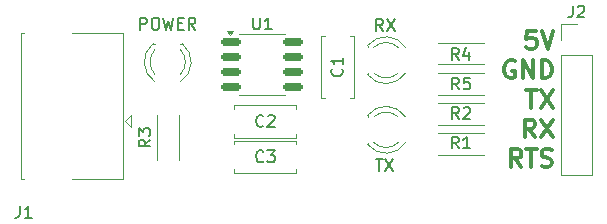
<source format=gto>
G04 #@! TF.GenerationSoftware,KiCad,Pcbnew,8.0.7*
G04 #@! TF.CreationDate,2025-01-23T22:17:45+09:00*
G04 #@! TF.ProjectId,ch340_silial_release,63683334-305f-4736-996c-69616c5f7265,rev?*
G04 #@! TF.SameCoordinates,Original*
G04 #@! TF.FileFunction,Legend,Top*
G04 #@! TF.FilePolarity,Positive*
%FSLAX46Y46*%
G04 Gerber Fmt 4.6, Leading zero omitted, Abs format (unit mm)*
G04 Created by KiCad (PCBNEW 8.0.7) date 2025-01-23 22:17:45*
%MOMM*%
%LPD*%
G01*
G04 APERTURE LIST*
G04 Aperture macros list*
%AMRoundRect*
0 Rectangle with rounded corners*
0 $1 Rounding radius*
0 $2 $3 $4 $5 $6 $7 $8 $9 X,Y pos of 4 corners*
0 Add a 4 corners polygon primitive as box body*
4,1,4,$2,$3,$4,$5,$6,$7,$8,$9,$2,$3,0*
0 Add four circle primitives for the rounded corners*
1,1,$1+$1,$2,$3*
1,1,$1+$1,$4,$5*
1,1,$1+$1,$6,$7*
1,1,$1+$1,$8,$9*
0 Add four rect primitives between the rounded corners*
20,1,$1+$1,$2,$3,$4,$5,0*
20,1,$1+$1,$4,$5,$6,$7,0*
20,1,$1+$1,$6,$7,$8,$9,0*
20,1,$1+$1,$8,$9,$2,$3,0*%
G04 Aperture macros list end*
%ADD10C,0.300000*%
%ADD11C,0.150000*%
%ADD12C,0.120000*%
%ADD13R,1.700000X1.700000*%
%ADD14C,1.700000*%
%ADD15C,3.500000*%
%ADD16C,1.400000*%
%ADD17O,1.400000X1.400000*%
%ADD18C,1.600000*%
%ADD19R,1.800000X1.800000*%
%ADD20C,1.800000*%
%ADD21O,1.700000X1.700000*%
%ADD22RoundRect,0.150000X-0.675000X-0.150000X0.675000X-0.150000X0.675000X0.150000X-0.675000X0.150000X0*%
G04 APERTURE END LIST*
D10*
X142374060Y-56254757D02*
X142231203Y-56183328D01*
X142231203Y-56183328D02*
X142016917Y-56183328D01*
X142016917Y-56183328D02*
X141802631Y-56254757D01*
X141802631Y-56254757D02*
X141659774Y-56397614D01*
X141659774Y-56397614D02*
X141588345Y-56540471D01*
X141588345Y-56540471D02*
X141516917Y-56826185D01*
X141516917Y-56826185D02*
X141516917Y-57040471D01*
X141516917Y-57040471D02*
X141588345Y-57326185D01*
X141588345Y-57326185D02*
X141659774Y-57469042D01*
X141659774Y-57469042D02*
X141802631Y-57611900D01*
X141802631Y-57611900D02*
X142016917Y-57683328D01*
X142016917Y-57683328D02*
X142159774Y-57683328D01*
X142159774Y-57683328D02*
X142374060Y-57611900D01*
X142374060Y-57611900D02*
X142445488Y-57540471D01*
X142445488Y-57540471D02*
X142445488Y-57040471D01*
X142445488Y-57040471D02*
X142159774Y-57040471D01*
X143088345Y-57683328D02*
X143088345Y-56183328D01*
X143088345Y-56183328D02*
X143945488Y-57683328D01*
X143945488Y-57683328D02*
X143945488Y-56183328D01*
X144659774Y-57683328D02*
X144659774Y-56183328D01*
X144659774Y-56183328D02*
X145016917Y-56183328D01*
X145016917Y-56183328D02*
X145231203Y-56254757D01*
X145231203Y-56254757D02*
X145374060Y-56397614D01*
X145374060Y-56397614D02*
X145445489Y-56540471D01*
X145445489Y-56540471D02*
X145516917Y-56826185D01*
X145516917Y-56826185D02*
X145516917Y-57040471D01*
X145516917Y-57040471D02*
X145445489Y-57326185D01*
X145445489Y-57326185D02*
X145374060Y-57469042D01*
X145374060Y-57469042D02*
X145231203Y-57611900D01*
X145231203Y-57611900D02*
X145016917Y-57683328D01*
X145016917Y-57683328D02*
X144659774Y-57683328D01*
X142945489Y-65183328D02*
X142445489Y-64469042D01*
X142088346Y-65183328D02*
X142088346Y-63683328D01*
X142088346Y-63683328D02*
X142659775Y-63683328D01*
X142659775Y-63683328D02*
X142802632Y-63754757D01*
X142802632Y-63754757D02*
X142874061Y-63826185D01*
X142874061Y-63826185D02*
X142945489Y-63969042D01*
X142945489Y-63969042D02*
X142945489Y-64183328D01*
X142945489Y-64183328D02*
X142874061Y-64326185D01*
X142874061Y-64326185D02*
X142802632Y-64397614D01*
X142802632Y-64397614D02*
X142659775Y-64469042D01*
X142659775Y-64469042D02*
X142088346Y-64469042D01*
X143374061Y-63683328D02*
X144231204Y-63683328D01*
X143802632Y-65183328D02*
X143802632Y-63683328D01*
X144659775Y-65111900D02*
X144874061Y-65183328D01*
X144874061Y-65183328D02*
X145231203Y-65183328D01*
X145231203Y-65183328D02*
X145374061Y-65111900D01*
X145374061Y-65111900D02*
X145445489Y-65040471D01*
X145445489Y-65040471D02*
X145516918Y-64897614D01*
X145516918Y-64897614D02*
X145516918Y-64754757D01*
X145516918Y-64754757D02*
X145445489Y-64611900D01*
X145445489Y-64611900D02*
X145374061Y-64540471D01*
X145374061Y-64540471D02*
X145231203Y-64469042D01*
X145231203Y-64469042D02*
X144945489Y-64397614D01*
X144945489Y-64397614D02*
X144802632Y-64326185D01*
X144802632Y-64326185D02*
X144731203Y-64254757D01*
X144731203Y-64254757D02*
X144659775Y-64111900D01*
X144659775Y-64111900D02*
X144659775Y-63969042D01*
X144659775Y-63969042D02*
X144731203Y-63826185D01*
X144731203Y-63826185D02*
X144802632Y-63754757D01*
X144802632Y-63754757D02*
X144945489Y-63683328D01*
X144945489Y-63683328D02*
X145302632Y-63683328D01*
X145302632Y-63683328D02*
X145516918Y-63754757D01*
X144159775Y-53683328D02*
X143445489Y-53683328D01*
X143445489Y-53683328D02*
X143374061Y-54397614D01*
X143374061Y-54397614D02*
X143445489Y-54326185D01*
X143445489Y-54326185D02*
X143588347Y-54254757D01*
X143588347Y-54254757D02*
X143945489Y-54254757D01*
X143945489Y-54254757D02*
X144088347Y-54326185D01*
X144088347Y-54326185D02*
X144159775Y-54397614D01*
X144159775Y-54397614D02*
X144231204Y-54540471D01*
X144231204Y-54540471D02*
X144231204Y-54897614D01*
X144231204Y-54897614D02*
X144159775Y-55040471D01*
X144159775Y-55040471D02*
X144088347Y-55111900D01*
X144088347Y-55111900D02*
X143945489Y-55183328D01*
X143945489Y-55183328D02*
X143588347Y-55183328D01*
X143588347Y-55183328D02*
X143445489Y-55111900D01*
X143445489Y-55111900D02*
X143374061Y-55040471D01*
X144659775Y-53683328D02*
X145159775Y-55183328D01*
X145159775Y-55183328D02*
X145659775Y-53683328D01*
X143374061Y-58683328D02*
X144231204Y-58683328D01*
X143802632Y-60183328D02*
X143802632Y-58683328D01*
X144588346Y-58683328D02*
X145588346Y-60183328D01*
X145588346Y-58683328D02*
X144588346Y-60183328D01*
X144088346Y-62683328D02*
X143588346Y-61969042D01*
X143231203Y-62683328D02*
X143231203Y-61183328D01*
X143231203Y-61183328D02*
X143802632Y-61183328D01*
X143802632Y-61183328D02*
X143945489Y-61254757D01*
X143945489Y-61254757D02*
X144016918Y-61326185D01*
X144016918Y-61326185D02*
X144088346Y-61469042D01*
X144088346Y-61469042D02*
X144088346Y-61683328D01*
X144088346Y-61683328D02*
X144016918Y-61826185D01*
X144016918Y-61826185D02*
X143945489Y-61897614D01*
X143945489Y-61897614D02*
X143802632Y-61969042D01*
X143802632Y-61969042D02*
X143231203Y-61969042D01*
X144588346Y-61183328D02*
X145588346Y-62683328D01*
X145588346Y-61183328D02*
X144588346Y-62683328D01*
D11*
X100484166Y-68499819D02*
X100484166Y-69214104D01*
X100484166Y-69214104D02*
X100436547Y-69356961D01*
X100436547Y-69356961D02*
X100341309Y-69452200D01*
X100341309Y-69452200D02*
X100198452Y-69499819D01*
X100198452Y-69499819D02*
X100103214Y-69499819D01*
X101484166Y-69499819D02*
X100912738Y-69499819D01*
X101198452Y-69499819D02*
X101198452Y-68499819D01*
X101198452Y-68499819D02*
X101103214Y-68642676D01*
X101103214Y-68642676D02*
X101007976Y-68737914D01*
X101007976Y-68737914D02*
X100912738Y-68785533D01*
X137666133Y-58630419D02*
X137332800Y-58154228D01*
X137094705Y-58630419D02*
X137094705Y-57630419D01*
X137094705Y-57630419D02*
X137475657Y-57630419D01*
X137475657Y-57630419D02*
X137570895Y-57678038D01*
X137570895Y-57678038D02*
X137618514Y-57725657D01*
X137618514Y-57725657D02*
X137666133Y-57820895D01*
X137666133Y-57820895D02*
X137666133Y-57963752D01*
X137666133Y-57963752D02*
X137618514Y-58058990D01*
X137618514Y-58058990D02*
X137570895Y-58106609D01*
X137570895Y-58106609D02*
X137475657Y-58154228D01*
X137475657Y-58154228D02*
X137094705Y-58154228D01*
X138570895Y-57630419D02*
X138094705Y-57630419D01*
X138094705Y-57630419D02*
X138047086Y-58106609D01*
X138047086Y-58106609D02*
X138094705Y-58058990D01*
X138094705Y-58058990D02*
X138189943Y-58011371D01*
X138189943Y-58011371D02*
X138428038Y-58011371D01*
X138428038Y-58011371D02*
X138523276Y-58058990D01*
X138523276Y-58058990D02*
X138570895Y-58106609D01*
X138570895Y-58106609D02*
X138618514Y-58201847D01*
X138618514Y-58201847D02*
X138618514Y-58439942D01*
X138618514Y-58439942D02*
X138570895Y-58535180D01*
X138570895Y-58535180D02*
X138523276Y-58582800D01*
X138523276Y-58582800D02*
X138428038Y-58630419D01*
X138428038Y-58630419D02*
X138189943Y-58630419D01*
X138189943Y-58630419D02*
X138094705Y-58582800D01*
X138094705Y-58582800D02*
X138047086Y-58535180D01*
X137634133Y-56130419D02*
X137300800Y-55654228D01*
X137062705Y-56130419D02*
X137062705Y-55130419D01*
X137062705Y-55130419D02*
X137443657Y-55130419D01*
X137443657Y-55130419D02*
X137538895Y-55178038D01*
X137538895Y-55178038D02*
X137586514Y-55225657D01*
X137586514Y-55225657D02*
X137634133Y-55320895D01*
X137634133Y-55320895D02*
X137634133Y-55463752D01*
X137634133Y-55463752D02*
X137586514Y-55558990D01*
X137586514Y-55558990D02*
X137538895Y-55606609D01*
X137538895Y-55606609D02*
X137443657Y-55654228D01*
X137443657Y-55654228D02*
X137062705Y-55654228D01*
X138491276Y-55463752D02*
X138491276Y-56130419D01*
X138253181Y-55082800D02*
X138015086Y-55797085D01*
X138015086Y-55797085D02*
X138634133Y-55797085D01*
X111534819Y-62879266D02*
X111058628Y-63212599D01*
X111534819Y-63450694D02*
X110534819Y-63450694D01*
X110534819Y-63450694D02*
X110534819Y-63069742D01*
X110534819Y-63069742D02*
X110582438Y-62974504D01*
X110582438Y-62974504D02*
X110630057Y-62926885D01*
X110630057Y-62926885D02*
X110725295Y-62879266D01*
X110725295Y-62879266D02*
X110868152Y-62879266D01*
X110868152Y-62879266D02*
X110963390Y-62926885D01*
X110963390Y-62926885D02*
X111011009Y-62974504D01*
X111011009Y-62974504D02*
X111058628Y-63069742D01*
X111058628Y-63069742D02*
X111058628Y-63450694D01*
X110534819Y-62545932D02*
X110534819Y-61926885D01*
X110534819Y-61926885D02*
X110915771Y-62260218D01*
X110915771Y-62260218D02*
X110915771Y-62117361D01*
X110915771Y-62117361D02*
X110963390Y-62022123D01*
X110963390Y-62022123D02*
X111011009Y-61974504D01*
X111011009Y-61974504D02*
X111106247Y-61926885D01*
X111106247Y-61926885D02*
X111344342Y-61926885D01*
X111344342Y-61926885D02*
X111439580Y-61974504D01*
X111439580Y-61974504D02*
X111487200Y-62022123D01*
X111487200Y-62022123D02*
X111534819Y-62117361D01*
X111534819Y-62117361D02*
X111534819Y-62403075D01*
X111534819Y-62403075D02*
X111487200Y-62498313D01*
X111487200Y-62498313D02*
X111439580Y-62545932D01*
X137666133Y-61130419D02*
X137332800Y-60654228D01*
X137094705Y-61130419D02*
X137094705Y-60130419D01*
X137094705Y-60130419D02*
X137475657Y-60130419D01*
X137475657Y-60130419D02*
X137570895Y-60178038D01*
X137570895Y-60178038D02*
X137618514Y-60225657D01*
X137618514Y-60225657D02*
X137666133Y-60320895D01*
X137666133Y-60320895D02*
X137666133Y-60463752D01*
X137666133Y-60463752D02*
X137618514Y-60558990D01*
X137618514Y-60558990D02*
X137570895Y-60606609D01*
X137570895Y-60606609D02*
X137475657Y-60654228D01*
X137475657Y-60654228D02*
X137094705Y-60654228D01*
X138047086Y-60225657D02*
X138094705Y-60178038D01*
X138094705Y-60178038D02*
X138189943Y-60130419D01*
X138189943Y-60130419D02*
X138428038Y-60130419D01*
X138428038Y-60130419D02*
X138523276Y-60178038D01*
X138523276Y-60178038D02*
X138570895Y-60225657D01*
X138570895Y-60225657D02*
X138618514Y-60320895D01*
X138618514Y-60320895D02*
X138618514Y-60416133D01*
X138618514Y-60416133D02*
X138570895Y-60558990D01*
X138570895Y-60558990D02*
X137999467Y-61130419D01*
X137999467Y-61130419D02*
X138618514Y-61130419D01*
X137634133Y-63630419D02*
X137300800Y-63154228D01*
X137062705Y-63630419D02*
X137062705Y-62630419D01*
X137062705Y-62630419D02*
X137443657Y-62630419D01*
X137443657Y-62630419D02*
X137538895Y-62678038D01*
X137538895Y-62678038D02*
X137586514Y-62725657D01*
X137586514Y-62725657D02*
X137634133Y-62820895D01*
X137634133Y-62820895D02*
X137634133Y-62963752D01*
X137634133Y-62963752D02*
X137586514Y-63058990D01*
X137586514Y-63058990D02*
X137538895Y-63106609D01*
X137538895Y-63106609D02*
X137443657Y-63154228D01*
X137443657Y-63154228D02*
X137062705Y-63154228D01*
X138586514Y-63630419D02*
X138015086Y-63630419D01*
X138300800Y-63630419D02*
X138300800Y-62630419D01*
X138300800Y-62630419D02*
X138205562Y-62773276D01*
X138205562Y-62773276D02*
X138110324Y-62868514D01*
X138110324Y-62868514D02*
X138015086Y-62916133D01*
X121105333Y-64700580D02*
X121057714Y-64748200D01*
X121057714Y-64748200D02*
X120914857Y-64795819D01*
X120914857Y-64795819D02*
X120819619Y-64795819D01*
X120819619Y-64795819D02*
X120676762Y-64748200D01*
X120676762Y-64748200D02*
X120581524Y-64652961D01*
X120581524Y-64652961D02*
X120533905Y-64557723D01*
X120533905Y-64557723D02*
X120486286Y-64367247D01*
X120486286Y-64367247D02*
X120486286Y-64224390D01*
X120486286Y-64224390D02*
X120533905Y-64033914D01*
X120533905Y-64033914D02*
X120581524Y-63938676D01*
X120581524Y-63938676D02*
X120676762Y-63843438D01*
X120676762Y-63843438D02*
X120819619Y-63795819D01*
X120819619Y-63795819D02*
X120914857Y-63795819D01*
X120914857Y-63795819D02*
X121057714Y-63843438D01*
X121057714Y-63843438D02*
X121105333Y-63891057D01*
X121438667Y-63795819D02*
X122057714Y-63795819D01*
X122057714Y-63795819D02*
X121724381Y-64176771D01*
X121724381Y-64176771D02*
X121867238Y-64176771D01*
X121867238Y-64176771D02*
X121962476Y-64224390D01*
X121962476Y-64224390D02*
X122010095Y-64272009D01*
X122010095Y-64272009D02*
X122057714Y-64367247D01*
X122057714Y-64367247D02*
X122057714Y-64605342D01*
X122057714Y-64605342D02*
X122010095Y-64700580D01*
X122010095Y-64700580D02*
X121962476Y-64748200D01*
X121962476Y-64748200D02*
X121867238Y-64795819D01*
X121867238Y-64795819D02*
X121581524Y-64795819D01*
X121581524Y-64795819D02*
X121486286Y-64748200D01*
X121486286Y-64748200D02*
X121438667Y-64700580D01*
X121105333Y-61700580D02*
X121057714Y-61748200D01*
X121057714Y-61748200D02*
X120914857Y-61795819D01*
X120914857Y-61795819D02*
X120819619Y-61795819D01*
X120819619Y-61795819D02*
X120676762Y-61748200D01*
X120676762Y-61748200D02*
X120581524Y-61652961D01*
X120581524Y-61652961D02*
X120533905Y-61557723D01*
X120533905Y-61557723D02*
X120486286Y-61367247D01*
X120486286Y-61367247D02*
X120486286Y-61224390D01*
X120486286Y-61224390D02*
X120533905Y-61033914D01*
X120533905Y-61033914D02*
X120581524Y-60938676D01*
X120581524Y-60938676D02*
X120676762Y-60843438D01*
X120676762Y-60843438D02*
X120819619Y-60795819D01*
X120819619Y-60795819D02*
X120914857Y-60795819D01*
X120914857Y-60795819D02*
X121057714Y-60843438D01*
X121057714Y-60843438D02*
X121105333Y-60891057D01*
X121486286Y-60891057D02*
X121533905Y-60843438D01*
X121533905Y-60843438D02*
X121629143Y-60795819D01*
X121629143Y-60795819D02*
X121867238Y-60795819D01*
X121867238Y-60795819D02*
X121962476Y-60843438D01*
X121962476Y-60843438D02*
X122010095Y-60891057D01*
X122010095Y-60891057D02*
X122057714Y-60986295D01*
X122057714Y-60986295D02*
X122057714Y-61081533D01*
X122057714Y-61081533D02*
X122010095Y-61224390D01*
X122010095Y-61224390D02*
X121438667Y-61795819D01*
X121438667Y-61795819D02*
X122057714Y-61795819D01*
X127727580Y-56895666D02*
X127775200Y-56943285D01*
X127775200Y-56943285D02*
X127822819Y-57086142D01*
X127822819Y-57086142D02*
X127822819Y-57181380D01*
X127822819Y-57181380D02*
X127775200Y-57324237D01*
X127775200Y-57324237D02*
X127679961Y-57419475D01*
X127679961Y-57419475D02*
X127584723Y-57467094D01*
X127584723Y-57467094D02*
X127394247Y-57514713D01*
X127394247Y-57514713D02*
X127251390Y-57514713D01*
X127251390Y-57514713D02*
X127060914Y-57467094D01*
X127060914Y-57467094D02*
X126965676Y-57419475D01*
X126965676Y-57419475D02*
X126870438Y-57324237D01*
X126870438Y-57324237D02*
X126822819Y-57181380D01*
X126822819Y-57181380D02*
X126822819Y-57086142D01*
X126822819Y-57086142D02*
X126870438Y-56943285D01*
X126870438Y-56943285D02*
X126918057Y-56895666D01*
X127822819Y-55943285D02*
X127822819Y-56514713D01*
X127822819Y-56228999D02*
X126822819Y-56228999D01*
X126822819Y-56228999D02*
X126965676Y-56324237D01*
X126965676Y-56324237D02*
X127060914Y-56419475D01*
X127060914Y-56419475D02*
X127108533Y-56514713D01*
X131214533Y-53667819D02*
X130881200Y-53191628D01*
X130643105Y-53667819D02*
X130643105Y-52667819D01*
X130643105Y-52667819D02*
X131024057Y-52667819D01*
X131024057Y-52667819D02*
X131119295Y-52715438D01*
X131119295Y-52715438D02*
X131166914Y-52763057D01*
X131166914Y-52763057D02*
X131214533Y-52858295D01*
X131214533Y-52858295D02*
X131214533Y-53001152D01*
X131214533Y-53001152D02*
X131166914Y-53096390D01*
X131166914Y-53096390D02*
X131119295Y-53144009D01*
X131119295Y-53144009D02*
X131024057Y-53191628D01*
X131024057Y-53191628D02*
X130643105Y-53191628D01*
X131547867Y-52667819D02*
X132214533Y-53667819D01*
X132214533Y-52667819D02*
X131547867Y-53667819D01*
X130619295Y-64555019D02*
X131190723Y-64555019D01*
X130905009Y-65555019D02*
X130905009Y-64555019D01*
X131428819Y-64555019D02*
X132095485Y-65555019D01*
X132095485Y-64555019D02*
X131428819Y-65555019D01*
X147290566Y-51538019D02*
X147290566Y-52252304D01*
X147290566Y-52252304D02*
X147242947Y-52395161D01*
X147242947Y-52395161D02*
X147147709Y-52490400D01*
X147147709Y-52490400D02*
X147004852Y-52538019D01*
X147004852Y-52538019D02*
X146909614Y-52538019D01*
X147719138Y-51633257D02*
X147766757Y-51585638D01*
X147766757Y-51585638D02*
X147861995Y-51538019D01*
X147861995Y-51538019D02*
X148100090Y-51538019D01*
X148100090Y-51538019D02*
X148195328Y-51585638D01*
X148195328Y-51585638D02*
X148242947Y-51633257D01*
X148242947Y-51633257D02*
X148290566Y-51728495D01*
X148290566Y-51728495D02*
X148290566Y-51823733D01*
X148290566Y-51823733D02*
X148242947Y-51966590D01*
X148242947Y-51966590D02*
X147671519Y-52538019D01*
X147671519Y-52538019D02*
X148290566Y-52538019D01*
X120238095Y-52559819D02*
X120238095Y-53369342D01*
X120238095Y-53369342D02*
X120285714Y-53464580D01*
X120285714Y-53464580D02*
X120333333Y-53512200D01*
X120333333Y-53512200D02*
X120428571Y-53559819D01*
X120428571Y-53559819D02*
X120619047Y-53559819D01*
X120619047Y-53559819D02*
X120714285Y-53512200D01*
X120714285Y-53512200D02*
X120761904Y-53464580D01*
X120761904Y-53464580D02*
X120809523Y-53369342D01*
X120809523Y-53369342D02*
X120809523Y-52559819D01*
X121809523Y-53559819D02*
X121238095Y-53559819D01*
X121523809Y-53559819D02*
X121523809Y-52559819D01*
X121523809Y-52559819D02*
X121428571Y-52702676D01*
X121428571Y-52702676D02*
X121333333Y-52797914D01*
X121333333Y-52797914D02*
X121238095Y-52845533D01*
X110682076Y-53566219D02*
X110682076Y-52566219D01*
X110682076Y-52566219D02*
X111063028Y-52566219D01*
X111063028Y-52566219D02*
X111158266Y-52613838D01*
X111158266Y-52613838D02*
X111205885Y-52661457D01*
X111205885Y-52661457D02*
X111253504Y-52756695D01*
X111253504Y-52756695D02*
X111253504Y-52899552D01*
X111253504Y-52899552D02*
X111205885Y-52994790D01*
X111205885Y-52994790D02*
X111158266Y-53042409D01*
X111158266Y-53042409D02*
X111063028Y-53090028D01*
X111063028Y-53090028D02*
X110682076Y-53090028D01*
X111872552Y-52566219D02*
X112063028Y-52566219D01*
X112063028Y-52566219D02*
X112158266Y-52613838D01*
X112158266Y-52613838D02*
X112253504Y-52709076D01*
X112253504Y-52709076D02*
X112301123Y-52899552D01*
X112301123Y-52899552D02*
X112301123Y-53232885D01*
X112301123Y-53232885D02*
X112253504Y-53423361D01*
X112253504Y-53423361D02*
X112158266Y-53518600D01*
X112158266Y-53518600D02*
X112063028Y-53566219D01*
X112063028Y-53566219D02*
X111872552Y-53566219D01*
X111872552Y-53566219D02*
X111777314Y-53518600D01*
X111777314Y-53518600D02*
X111682076Y-53423361D01*
X111682076Y-53423361D02*
X111634457Y-53232885D01*
X111634457Y-53232885D02*
X111634457Y-52899552D01*
X111634457Y-52899552D02*
X111682076Y-52709076D01*
X111682076Y-52709076D02*
X111777314Y-52613838D01*
X111777314Y-52613838D02*
X111872552Y-52566219D01*
X112634457Y-52566219D02*
X112872552Y-53566219D01*
X112872552Y-53566219D02*
X113063028Y-52851933D01*
X113063028Y-52851933D02*
X113253504Y-53566219D01*
X113253504Y-53566219D02*
X113491600Y-52566219D01*
X113872552Y-53042409D02*
X114205885Y-53042409D01*
X114348742Y-53566219D02*
X113872552Y-53566219D01*
X113872552Y-53566219D02*
X113872552Y-52566219D01*
X113872552Y-52566219D02*
X114348742Y-52566219D01*
X115348742Y-53566219D02*
X115015409Y-53090028D01*
X114777314Y-53566219D02*
X114777314Y-52566219D01*
X114777314Y-52566219D02*
X115158266Y-52566219D01*
X115158266Y-52566219D02*
X115253504Y-52613838D01*
X115253504Y-52613838D02*
X115301123Y-52661457D01*
X115301123Y-52661457D02*
X115348742Y-52756695D01*
X115348742Y-52756695D02*
X115348742Y-52899552D01*
X115348742Y-52899552D02*
X115301123Y-52994790D01*
X115301123Y-52994790D02*
X115253504Y-53042409D01*
X115253504Y-53042409D02*
X115158266Y-53090028D01*
X115158266Y-53090028D02*
X114777314Y-53090028D01*
D12*
X109897500Y-61775000D02*
X109897500Y-60775000D01*
X109897500Y-60775000D02*
X109397500Y-61275000D01*
X109397500Y-61275000D02*
X109897500Y-61775000D01*
X109177500Y-66185000D02*
X109177500Y-53865000D01*
X109177500Y-53865000D02*
X104917500Y-53865000D01*
X104917500Y-66185000D02*
X109177500Y-66185000D01*
X100817500Y-66185000D02*
X100577500Y-66185000D01*
X100577500Y-66185000D02*
X100577500Y-53865000D01*
X100577500Y-53865000D02*
X100817500Y-53865000D01*
X135912800Y-57232266D02*
X139752800Y-57232266D01*
X135912800Y-59072266D02*
X139752800Y-59072266D01*
X135912800Y-56520600D02*
X139752800Y-56520600D01*
X135912800Y-54680600D02*
X139752800Y-54680600D01*
X112080000Y-64632600D02*
X112080000Y-60792600D01*
X113920000Y-64632600D02*
X113920000Y-60792600D01*
X139752800Y-61623932D02*
X135912800Y-61623932D01*
X139752800Y-59783932D02*
X135912800Y-59783932D01*
X139752800Y-64175600D02*
X135912800Y-64175600D01*
X139752800Y-62335600D02*
X135912800Y-62335600D01*
X123892000Y-65711000D02*
X123892000Y-65396000D01*
X123892000Y-65711000D02*
X118652000Y-65711000D01*
X123892000Y-63286000D02*
X123892000Y-62971000D01*
X123892000Y-62971000D02*
X118652000Y-62971000D01*
X118652000Y-65711000D02*
X118652000Y-65396000D01*
X118652000Y-63286000D02*
X118652000Y-62971000D01*
X123892000Y-62711000D02*
X123892000Y-62396000D01*
X123892000Y-62711000D02*
X118652000Y-62711000D01*
X123892000Y-60286000D02*
X123892000Y-59971000D01*
X123892000Y-59971000D02*
X118652000Y-59971000D01*
X118652000Y-62711000D02*
X118652000Y-62396000D01*
X118652000Y-60286000D02*
X118652000Y-59971000D01*
X128738000Y-54109000D02*
X128423000Y-54109000D01*
X128738000Y-54109000D02*
X128738000Y-59349000D01*
X126313000Y-54109000D02*
X125998000Y-54109000D01*
X125998000Y-54109000D02*
X125998000Y-59349000D01*
X128738000Y-59349000D02*
X128423000Y-59349000D01*
X126313000Y-59349000D02*
X125998000Y-59349000D01*
X129922800Y-54923400D02*
X129922800Y-55079400D01*
X129922800Y-57239400D02*
X129922800Y-57395400D01*
X129922800Y-54923884D02*
G75*
G02*
X133154197Y-55079339I1560000J-1235516D01*
G01*
X130441839Y-55079400D02*
G75*
G02*
X132523710Y-55079351I1040961J-1080000D01*
G01*
X132523710Y-57239449D02*
G75*
G02*
X130441839Y-57239400I-1040910J1080049D01*
G01*
X133154197Y-57239461D02*
G75*
G02*
X129922800Y-57394916I-1671397J1080061D01*
G01*
X129922800Y-60816200D02*
X129922800Y-60972200D01*
X129922800Y-63132200D02*
X129922800Y-63288200D01*
X129922800Y-60816684D02*
G75*
G02*
X133154197Y-60972139I1560000J-1235516D01*
G01*
X130441839Y-60972200D02*
G75*
G02*
X132523710Y-60972151I1040961J-1080000D01*
G01*
X132523710Y-63132249D02*
G75*
G02*
X130441839Y-63132200I-1040910J1080049D01*
G01*
X133154197Y-63132261D02*
G75*
G02*
X129922800Y-63287716I-1671397J1080061D01*
G01*
X146293900Y-53083200D02*
X147623900Y-53083200D01*
X146293900Y-54413200D02*
X146293900Y-53083200D01*
X146293900Y-55683200D02*
X146293900Y-65903200D01*
X146293900Y-55683200D02*
X148953900Y-55683200D01*
X146293900Y-65903200D02*
X148953900Y-65903200D01*
X148953900Y-55683200D02*
X148953900Y-65903200D01*
X121000000Y-53945000D02*
X119050000Y-53945000D01*
X121000000Y-53945000D02*
X122950000Y-53945000D01*
X121000000Y-59065000D02*
X119050000Y-59065000D01*
X121000000Y-59065000D02*
X122950000Y-59065000D01*
X118300000Y-54040000D02*
X118060000Y-53710000D01*
X118540000Y-53710000D01*
X118300000Y-54040000D01*
G36*
X118300000Y-54040000D02*
G01*
X118060000Y-53710000D01*
X118540000Y-53710000D01*
X118300000Y-54040000D01*
G37*
X114236000Y-54751800D02*
X114080000Y-54751800D01*
X111920000Y-54751800D02*
X111764000Y-54751800D01*
X114235516Y-54751800D02*
G75*
G02*
X114080061Y-57983197I-1235516J-1560000D01*
G01*
X114080000Y-55270839D02*
G75*
G02*
X114080049Y-57352710I-1080000J-1040961D01*
G01*
X111919951Y-57352710D02*
G75*
G02*
X111920000Y-55270839I1080049J1040910D01*
G01*
X111919939Y-57983197D02*
G75*
G02*
X111764484Y-54751800I1080061J1671397D01*
G01*
%LPC*%
D13*
X107577500Y-61275000D03*
D14*
X107577500Y-58775000D03*
X105577500Y-58775000D03*
X105577500Y-61275000D03*
D15*
X102867500Y-66045000D03*
X102867500Y-54005000D03*
D16*
X135292800Y-58152266D03*
D17*
X140372800Y-58152266D03*
X140372800Y-55600600D03*
D16*
X135292800Y-55600600D03*
X113000000Y-65252600D03*
D17*
X113000000Y-60172600D03*
D16*
X140372800Y-60703932D03*
D17*
X135292800Y-60703932D03*
D16*
X140372800Y-63255600D03*
D17*
X135292800Y-63255600D03*
D18*
X123772000Y-64341000D03*
X118772000Y-64341000D03*
X123772000Y-61341000D03*
X118772000Y-61341000D03*
X127368000Y-54229000D03*
X127368000Y-59229000D03*
D19*
X130212800Y-56159400D03*
D20*
X132752800Y-56159400D03*
D19*
X130212800Y-62052200D03*
D20*
X132752800Y-62052200D03*
D13*
X147623900Y-54413200D03*
D21*
X147623900Y-56953200D03*
X147623900Y-59493200D03*
X147623900Y-62033200D03*
X147623900Y-64573200D03*
D22*
X118375000Y-54600000D03*
X118375000Y-55870000D03*
X118375000Y-57140000D03*
X118375000Y-58410000D03*
X123625000Y-58410000D03*
X123625000Y-57140000D03*
X123625000Y-55870000D03*
X123625000Y-54600000D03*
D19*
X113000000Y-55041800D03*
D20*
X113000000Y-57581800D03*
%LPD*%
M02*

</source>
